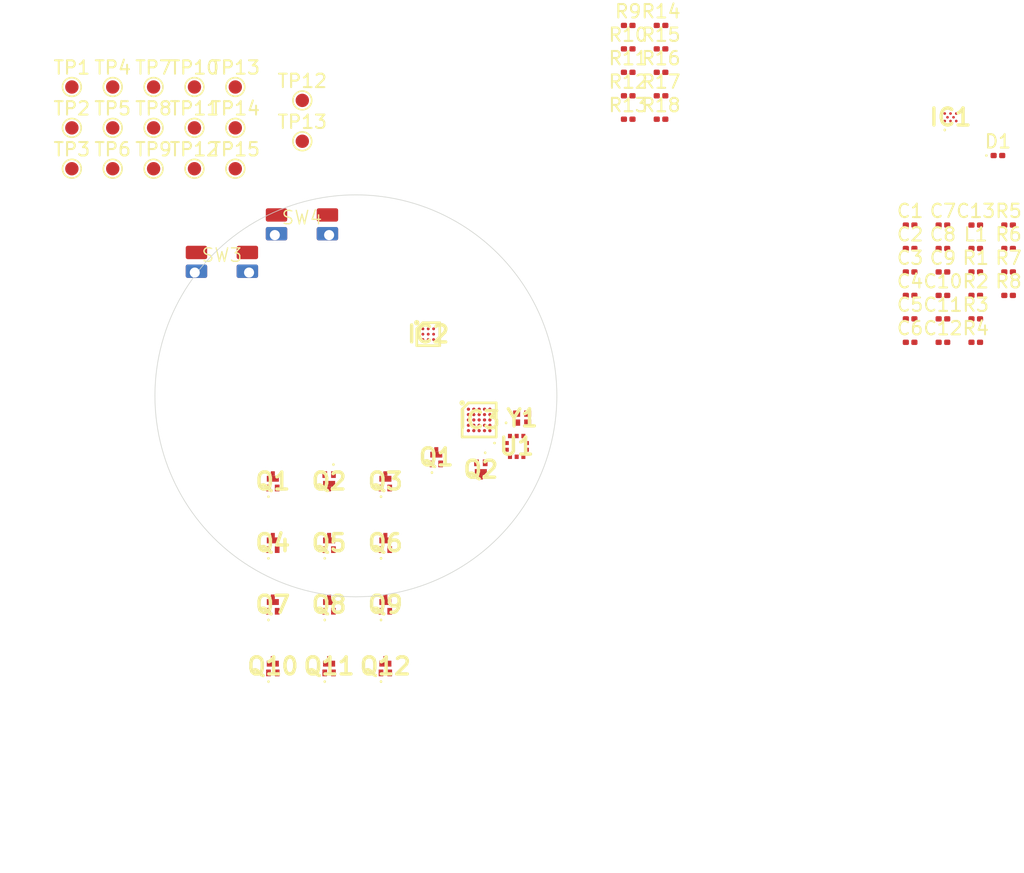
<source format=kicad_pcb>
(kicad_pcb (version 20241229) (generator "pcbnew") (generator_version "9.0")
  (layers (0 "F.Cu" signal) (2 "B.Cu" signal) (13 "F.Paste" user) (15 "B.Paste" user) (5 "F.SilkS" user "F.Silkscreen") (7 "B.SilkS" user "B.Silkscreen") (1 "F.Mask" user) (3 "B.Mask" user) (25 "Edge.Cuts" user))
  (net 0 "")
  (net 1 "GND")
  (net 2 "Monostable output")
  (net 3 "Net-(IC3-VDDA)")
  (net 4 "Net-(IC2-CRST)")
  (net 5 "Net-(U1-VDDIO)")
  (net 6 "Net-(Q1-S)")
  (net 7 "Net-(Q1-D)")
  (net 8 "NRST")
  (net 9 "Net-(D1-A)")
  (net 10 "+3V0")
  (net 11 "Net-(IC1-VDD)")
  (net 12 "Net-(IC1-MOT2)")
  (net 14 "OSCOUT")
  (net 15 "Net-(IC1-MOT1)")
  (net 16 "Net-(IC1-RESET)")
  (net 17 "OSCIN")
  (net 18 "I2C1_SCL")
  (net 20 "I2C1_SDA")
  (net 21 "SYS_SWDIO")
  (net 22 "GPIO_EXTI9")
  (net 23 "TIM2_CH4")
  (net 28 "BaroVCC")
  (net 29 "GPIO_Output")
  (net 30 "SYS_SWCLK")
  (net 33 "TIM21_CH2")
  (net 34 "TIM21_CH1")
  (net 35 "Tim2_CH3")
  (net 36 "CompVCC")
  (net 37 "Net-(Q1-D_1)")
  (net 38 "Tim2_CH1")
  (net 39 "Net-(Q2-S)")
  (net 42 "GPIO_EXTI1")
  (net 43 "Tim2_CH4")
  (net 44 "Tim2_CH2")
  (net 45 "GPIO_Output_Mono")
  (net 47 "GPIO_Output_Baro")
  (net 48 "GPIO_Output_Comp")
  (net 49 "Net-(Q3-D_1)")
  (net 50 "Net-(Q4-D_1)")
  (net 51 "Net-(Q7-D_1)")
  (net 52 "Net-(Q10-D_1)")
  (footprint "SamacSys_Parts:BC81725QBZ" (layer "F.Cu") (at 63 106.38)
    (property "Reference" "Q2" (at 0 0 0) (layer "F.SilkS") (effects (font (size 1.27 1.27) (thickness 0.254))))
    (property "Value" "BSS84AKQBZ" (hide yes))
    (fp_line (start 0.325 -1.3) (end 0.325 -1.3) (stroke (width 0.1)) (layer "F.SilkS"))
    (fp_line (start 0.325 -1.2) (end 0.325 -1.2) (stroke (width 0.1)) (layer "F.SilkS"))
    (fp_arc (start 0.325 -1.3) (mid 0.375 -1.25) (end 0.325 -1.2) (stroke (width 0.1)) (layer "F.SilkS"))
    (fp_arc (start 0.325 -1.2) (mid 0.275 -1.25) (end 0.325 -1.3) (stroke (width 0.1)) (layer "F.SilkS"))
    (pad "1" smd rect (at 0.325 -0.5) (size 0.35 0.5) (layers "F.Cu" "F.Mask" "F.Paste") (net 42 "GPIO_EXTI1"))
    (pad "2" smd rect (at -0.325 -0.5) (size 0.35 0.5) (layers "F.Cu" "F.Mask" "F.Paste") (net 10 "+3V0"))
    (pad "3" smd rect (at 0 0.58) (size 0.3 0.34) (layers "F.Cu" "F.Mask" "F.Paste") (net 2 "Monostable output"))
    (pad "4" smd rect (at 0 0.19 90) (size 0.44 0.9) (layers "F.Cu" "F.Mask" "F.Paste") (net 2 "Monostable output"))
  )
  (footprint "Resistor_SMD:R_0201_0603Metric" (layer "F.Cu") (at 87.775 75.855)
    (property "Reference" "R16" (at 0 -1.05 0) (layer "F.SilkS"))
    (property "Value" "100k")
    (pad "1" smd roundrect (at -0.32 0) (size 0.46 0.4) (layers "F.Cu" "F.Mask") (net 50 "Net-(Q4-D_1)"))
    (pad "2" smd roundrect (at 0.32 0) (size 0.46 0.4) (layers "F.Cu" "F.Mask") (net 35 "Tim2_CH3"))
  )
  (footprint "Resistor_SMD:R_0201_0603Metric" (layer "F.Cu") (at 111.265 94.255)
    (property "Reference" "R3" (at 0 -1.05 0) (layer "F.SilkS"))
    (property "Value" "0")
    (pad "1" smd roundrect (at -0.32 0) (size 0.46 0.4) (layers "F.Cu" "F.Mask") (net 16 "Net-(IC1-RESET)"))
    (pad "2" smd roundrect (at 0.32 0) (size 0.46 0.4) (layers "F.Cu" "F.Mask") (net 10 "+3V0"))
  )
  (footprint "SamacSys_Parts:2N7002KQBZ" (layer "F.Cu") (at 63 115.58)
    (property "Reference" "Q8" (at 0 0 0) (layer "F.SilkS") (effects (font (size 1.27 1.27) (thickness 0.254))))
    (property "Value" "2N7002KQBZ" (hide yes))
    (fp_line (start -0.325 1.1) (end -0.325 1.1) (stroke (width 0.1)) (layer "F.SilkS"))
    (fp_line (start -0.325 1.2) (end -0.325 1.2) (stroke (width 0.1)) (layer "F.SilkS"))
    (fp_arc (start -0.325 1.1) (mid -0.275 1.15) (end -0.325 1.2) (stroke (width 0.1)) (layer "F.SilkS"))
    (fp_arc (start -0.325 1.2) (mid -0.375 1.15) (end -0.325 1.1) (stroke (width 0.1)) (layer "F.SilkS"))
    (pad "1" smd rect (at -0.325 0.5) (size 0.35 0.5) (layers "F.Cu" "F.Mask" "F.Paste") (net 44 "Tim2_CH2"))
    (pad "2" smd rect (at 0.325 0.5) (size 0.35 0.5) (layers "F.Cu" "F.Mask" "F.Paste") (net 51 "Net-(Q7-D_1)"))
    (pad "3" smd rect (at 0 -0.19 90) (size 0.44 0.9) (layers "F.Cu" "F.Mask" "F.Paste") (net 1 "GND"))
    (pad "4" smd rect (at 0 -0.58) (size 0.3 0.34) (layers "F.Cu" "F.Mask" "F.Paste") (net 1 "GND"))
  )
  (footprint "TestPoint:TestPoint_Pad_D1.0mm" (layer "F.Cu") (at 43.8 83.05)
    (property "Reference" "TP3" (at 0 -1.448 0) (layer "F.SilkS"))
    (property "Value" "MOT")
    (fp_circle (center 0 0) (end 0 0.7) (stroke (width 0.12)) (fill no) (layer "F.SilkS"))
    (pad "1" smd circle (at 0 0) (size 1 1) (layers "F.Cu" "F.Mask") (net 12 "Net-(IC1-MOT2)"))
  )
  (footprint "Resistor_SMD:R_0201_0603Metric" (layer "F.Cu") (at 113.715 87.255)
    (property "Reference" "R5" (at 0 -1.05 0) (layer "F.SilkS"))
    (property "Value" "2k")
    (pad "1" smd roundrect (at -0.32 0) (size 0.46 0.4) (layers "F.Cu" "F.Mask") (net 28 "BaroVCC"))
    (pad "2" smd roundrect (at 0.32 0) (size 0.46 0.4) (layers "F.Cu" "F.Mask") (net 18 "I2C1_SCL"))
  )
  (footprint "SamacSys_Parts:2N7002KQBZ" (layer "F.Cu") (at 58.8 110.98)
    (property "Reference" "Q4" (at 0 0 0) (layer "F.SilkS") (effects (font (size 1.27 1.27) (thickness 0.254))))
    (property "Value" "2N7002KQBZ" (hide yes))
    (fp_line (start -0.325 1.1) (end -0.325 1.1) (stroke (width 0.1)) (layer "F.SilkS"))
    (fp_line (start -0.325 1.2) (end -0.325 1.2) (stroke (width 0.1)) (layer "F.SilkS"))
    (fp_arc (start -0.325 1.1) (mid -0.275 1.15) (end -0.325 1.2) (stroke (width 0.1)) (layer "F.SilkS"))
    (fp_arc (start -0.325 1.2) (mid -0.375 1.15) (end -0.325 1.1) (stroke (width 0.1)) (layer "F.SilkS"))
    (pad "1" smd rect (at -0.325 0.5) (size 0.35 0.5) (layers "F.Cu" "F.Mask" "F.Paste") (net 38 "Tim2_CH1"))
    (pad "2" smd rect (at 0.325 0.5) (size 0.35 0.5) (layers "F.Cu" "F.Mask" "F.Paste") (net 10 "+3V0"))
    (pad "3" smd rect (at 0 -0.19 90) (size 0.44 0.9) (layers "F.Cu" "F.Mask" "F.Paste") (net 50 "Net-(Q4-D_1)"))
    (pad "4" smd rect (at 0 -0.58) (size 0.3 0.34) (layers "F.Cu" "F.Mask" "F.Paste") (net 50 "Net-(Q4-D_1)"))
  )
  (footprint "Capacitor_SMD:C_0201_0603Metric" (layer "F.Cu") (at 106.365 92.505)
    (property "Reference" "C4" (at 0 -1.05 0) (layer "F.SilkS"))
    (property "Value" "100n")
    (pad "1" smd roundrect (at -0.32 0) (size 0.46 0.4) (layers "F.Cu" "F.Mask") (net 1 "GND"))
    (pad "2" smd roundrect (at 0.32 0) (size 0.46 0.4) (layers "F.Cu" "F.Mask") (net 3 "Net-(IC3-VDDA)"))
  )
  (footprint "TestPoint:TestPoint_Pad_D1.0mm" (layer "F.Cu") (at 49.9 76.95)
    (property "Reference" "TP7" (at 0 -1.448 0) (layer "F.SilkS"))
    (property "Value" "NRST")
    (fp_circle (center 0 0) (end 0 0.7) (stroke (width 0.12)) (fill no) (layer "F.SilkS"))
    (pad "1" smd circle (at 0 0) (size 1 1) (layers "F.Cu" "F.Mask") (net 8 "NRST"))
  )
  (footprint "Capacitor_SMD:C_0201_0603Metric" (layer "F.Cu") (at 111.265 87.255)
    (property "Reference" "C13" (at 0 -1.05 0) (layer "F.SilkS"))
    (property "Value" "100n")
    (pad "1" smd roundrect (at -0.32 0) (size 0.46 0.4) (layers "F.Cu" "F.Mask") (net 8 "NRST"))
    (pad "2" smd roundrect (at 0.32 0) (size 0.46 0.4) (layers "F.Cu" "F.Mask") (net 1 "GND"))
  )
  (footprint "TestPoint:TestPoint_Pad_D1.0mm" (layer "F.Cu") (at 49.9 80)
    (property "Reference" "TP8" (at 0 -1.448 0) (layer "F.SilkS"))
    (property "Value" "SD1+")
    (fp_circle (center 0 0) (end 0 0.7) (stroke (width 0.12)) (fill no) (layer "F.SilkS"))
    (pad "1" smd circle (at 0 0) (size 1 1) (layers "F.Cu" "F.Mask") (net 49 "Net-(Q3-D_1)"))
  )
  (footprint "TestPoint:TestPoint_Pad_D1.0mm" (layer "F.Cu") (at 52.95 76.95)
    (property "Reference" "TP10" (at 0 -1.448 0) (layer "F.SilkS"))
    (property "Value" "SD2+")
    (fp_circle (center 0 0) (end 0 0.7) (stroke (width 0.12)) (fill no) (layer "F.SilkS"))
    (pad "1" smd circle (at 0 0) (size 1 1) (layers "F.Cu" "F.Mask") (net 35 "Tim2_CH3"))
  )
  (footprint "TestPoint:TestPoint_Pad_D1.0mm" (layer "F.Cu") (at 46.85 76.95)
    (property "Reference" "TP4" (at 0 -1.448 0) (layer "F.SilkS"))
    (property "Value" "MOT")
    (fp_circle (center 0 0) (end 0 0.7) (stroke (width 0.12)) (fill no) (layer "F.SilkS"))
    (pad "1" smd circle (at 0 0) (size 1 1) (layers "F.Cu" "F.Mask") (net 15 "Net-(IC1-MOT1)"))
  )
  (footprint "TestPoint:TestPoint_Pad_D1.0mm" (layer "F.Cu") (at 61 81)
    (property "Reference" "TP13" (at 0 -1.448 0) (layer "F.SilkS"))
    (property "Value" "SD2-")
    (fp_circle (center 0 0) (end 0 0.7) (stroke (width 0.12)) (fill no) (layer "F.SilkS"))
    (pad "1" smd circle (at 0 0) (size 1 1) (layers "F.Cu" "F.Mask") (net 52 "Net-(Q10-D_1)"))
  )
  (footprint "Resistor_SMD:R_0201_0603Metric" (layer "F.Cu") (at 85.325 77.605)
    (property "Reference" "R12" (at 0 -1.05 0) (layer "F.SilkS"))
    (property "Value" "100k")
    (pad "1" smd roundrect (at -0.32 0) (size 0.46 0.4) (layers "F.Cu" "F.Mask") (net 44 "Tim2_CH2"))
    (pad "2" smd roundrect (at 0.32 0) (size 0.46 0.4) (layers "F.Cu" "F.Mask") (net 51 "Net-(Q7-D_1)"))
  )
  (footprint "Capacitor_SMD:C_0201_0603Metric" (layer "F.Cu") (at 106.365 90.755)
    (property "Reference" "C3" (at 0 -1.05 0) (layer "F.SilkS"))
    (property "Value" "1u")
    (pad "1" smd roundrect (at -0.32 0) (size 0.46 0.4) (layers "F.Cu" "F.Mask") (net 1 "GND"))
    (pad "2" smd roundrect (at 0.32 0) (size 0.46 0.4) (layers "F.Cu" "F.Mask") (net 3 "Net-(IC3-VDDA)"))
  )
  (footprint "Resistor_SMD:R_0201_0603Metric" (layer "F.Cu") (at 85.325 79.355)
    (property "Reference" "R13" (at 0 -1.05 0) (layer "F.SilkS"))
    (property "Value" "100k")
    (pad "1" smd roundrect (at -0.32 0) (size 0.46 0.4) (layers "F.Cu" "F.Mask") (net 10 "+3V0"))
    (pad "2" smd roundrect (at 0.32 0) (size 0.46 0.4) (layers "F.Cu" "F.Mask") (net 35 "Tim2_CH3"))
  )
  (footprint "Capacitor_SMD:C_0201_0603Metric" (layer "F.Cu") (at 106.365 87.255)
    (property "Reference" "C1" (at 0 -1.05 0) (layer "F.SilkS"))
    (property "Value" "100n")
    (pad "1" smd roundrect (at -0.32 0) (size 0.46 0.4) (layers "F.Cu" "F.Mask") (net 1 "GND"))
    (pad "2" smd roundrect (at 0.32 0) (size 0.46 0.4) (layers "F.Cu" "F.Mask") (net 2 "Monostable output"))
  )
  (footprint "SamacSys_Parts:Wurth side button 434331013822" (layer "F.Cu") (at 60.975 87.2)
    (property "Reference" "SW4" (at 0 -0.5 0) (layer "F.SilkS") (effects (font (thickness 0.1))))
    (property "Value" "SW_MEC_5E")
    (pad "1" smd roundrect (at -1.9 -0.7) (size 1.6 1) (layers "F.Cu" "F.Mask" "F.Paste") (roundrect_rratio 0.15) (net 22 "GPIO_EXTI9"))
    (pad "2" smd roundrect (at 1.9 -0.7) (size 1.6 1) (layers "F.Cu" "F.Mask" "F.Paste") (roundrect_rratio 0.15) (net 22 "GPIO_EXTI9"))
    (pad "3" thru_hole roundrect (at -2.025 0.8) (size 1.6 1) (drill 0.75 (offset 0.125 -0.1)) (layers "*.Cu" "*.Mask") (roundrect_rratio 0.15) (net 10 "+3V0"))
    (pad "4" thru_hole roundrect (at 2.025 0.8) (size 1.6 1) (drill 0.75 (offset -0.125 -0.1)) (layers "*.Cu" "*.Mask") (roundrect_rratio 0.15) (net 10 "+3V0"))
  )
  (footprint "TestPoint:TestPoint_Pad_D1.0mm" (layer "F.Cu") (at 43.8 76.95)
    (property "Reference" "TP1" (at 0 -1.448 0) (layer "F.SilkS"))
    (property "Value" "GND_PCF2003")
    (fp_circle (center 0 0) (end 0 0.7) (stroke (width 0.12)) (fill no) (layer "F.SilkS"))
    (pad "1" smd circle (at 0 0) (size 1 1) (layers "F.Cu" "F.Mask") (net 1 "GND"))
  )
  (footprint "SamacSys_Parts:2N7002KQBZ" (layer "F.Cu") (at 67.2 115.58)
    (property "Reference" "Q9" (at 0 0 0) (layer "F.SilkS") (effects (font (size 1.27 1.27) (thickness 0.254))))
    (property "Value" "2N7002KQBZ" (hide yes))
    (fp_line (start -0.325 1.1) (end -0.325 1.1) (stroke (width 0.1)) (layer "F.SilkS"))
    (fp_line (start -0.325 1.2) (end -0.325 1.2) (stroke (width 0.1)) (layer "F.SilkS"))
    (fp_arc (start -0.325 1.1) (mid -0.275 1.15) (end -0.325 1.2) (stroke (width 0.1)) (layer "F.SilkS"))
    (fp_arc (start -0.325 1.2) (mid -0.375 1.15) (end -0.325 1.1) (stroke (width 0.1)) (layer "F.SilkS"))
    (pad "1" smd rect (at -0.325 0.5) (size 0.35 0.5) (layers "F.Cu" "F.Mask" "F.Paste") (net 43 "Tim2_CH4"))
    (pad "2" smd rect (at 0.325 0.5) (size 0.35 0.5) (layers "F.Cu" "F.Mask" "F.Paste") (net 52 "Net-(Q10-D_1)"))
    (pad "3" smd rect (at 0 -0.19 90) (size 0.44 0.9) (layers "F.Cu" "F.Mask" "F.Paste") (net 1 "GND"))
    (pad "4" smd rect (at 0 -0.58) (size 0.3 0.34) (layers "F.Cu" "F.Mask" "F.Paste") (net 1 "GND"))
  )
  (footprint "TestPoint:TestPoint_Pad_D1.0mm" (layer "F.Cu") (at 46.85 83.05)
    (property "Reference" "TP6" (at 0 -1.448 0) (layer "F.SilkS"))
    (property "Value" "SWCLK")
    (fp_circle (center 0 0) (end 0 0.7) (stroke (width 0.12)) (fill no) (layer "F.SilkS"))
    (pad "1" smd circle (at 0 0) (size 1 1) (layers "F.Cu" "F.Mask") (net 30 "SYS_SWCLK"))
  )
  (footprint "Resistor_SMD:R_0201_0603Metric" (layer "F.Cu") (at 87.775 72.355)
    (property "Reference" "R14" (at 0 -1.05 0) (layer "F.SilkS"))
    (property "Value" "100k")
    (pad "1" smd roundrect (at -0.32 0) (size 0.46 0.4) (layers "F.Cu" "F.Mask") (net 38 "Tim2_CH1"))
    (pad "2" smd roundrect (at 0.32 0) (size 0.46 0.4) (layers "F.Cu" "F.Mask") (net 10 "+3V0"))
  )
  (footprint "TestPoint:TestPoint_Pad_D1.0mm" (layer "F.Cu") (at 52.95 80)
    (property "Reference" "TP11" (at 0 -1.448 0) (layer "F.SilkS"))
    (property "Value" "SD2-")
    (fp_circle (center 0 0) (end 0 0.7) (stroke (width 0.12)) (fill no) (layer "F.SilkS"))
    (pad "1" smd circle (at 0 0) (size 1 1) (layers "F.Cu" "F.Mask") (net 23 "TIM2_CH4"))
  )
  (footprint "Resistor_SMD:R_0201_0603Metric" (layer "F.Cu") (at 87.775 74.105)
    (property "Reference" "R15" (at 0 -1.05 0) (layer "F.SilkS"))
    (property "Value" "100k")
    (pad "1" smd roundrect (at -0.32 0) (size 0.46 0.4) (layers "F.Cu" "F.Mask") (net 38 "Tim2_CH1"))
    (pad "2" smd roundrect (at 0.32 0) (size 0.46 0.4) (layers "F.Cu" "F.Mask") (net 49 "Net-(Q3-D_1)"))
  )
  (footprint "Resistor_SMD:R_0201_0603Metric" (layer "F.Cu") (at 87.775 79.355)
    (property "Reference" "R18" (at 0 -1.05 0) (layer "F.SilkS"))
    (property "Value" "100k")
    (pad "1" smd roundrect (at -0.32 0) (size 0.46 0.4) (layers "F.Cu" "F.Mask") (net 10 "+3V0"))
    (pad "2" smd roundrect (at 0.32 0) (size 0.46 0.4) (layers "F.Cu" "F.Mask") (net 43 "Tim2_CH4"))
  )
  (footprint "TestPoint:TestPoint_Pad_D1.0mm" (layer "F.Cu") (at 56 80)
    (property "Reference" "TP14" (at 0 -1.448 0) (layer "F.SilkS"))
    (property "Value" "B+")
    (fp_circle (center 0 0) (end 0 0.7) (stroke (width 0.12)) (fill no) (layer "F.SilkS"))
    (pad "1" smd circle (at 0 0) (size 1 1) (layers "F.Cu" "F.Mask") (net 9 "Net-(D1-A)"))
  )
  (footprint "Resistor_SMD:R_0201_0603Metric" (layer "F.Cu") (at 113.715 90.755)
    (property "Reference" "R7" (at 0 -1.05 0) (layer "F.SilkS"))
    (property "Value" "2k")
    (pad "1" smd roundrect (at -0.32 0) (size 0.46 0.4) (layers "F.Cu" "F.Mask") (net 2 "Monostable output"))
    (pad "2" smd roundrect (at 0.32 0) (size 0.46 0.4) (layers "F.Cu" "F.Mask") (net 20 "I2C1_SDA"))
  )
  (footprint "Resistor_SMD:R_0201_0603Metric" (layer "F.Cu") (at 111.265 96.005)
    (property "Reference" "R4" (at 0 -1.05 0) (layer "F.SilkS"))
    (property "Value" "2k")
    (pad "1" smd roundrect (at -0.32 0) (size 0.46 0.4) (layers "F.Cu" "F.Mask") (net 28 "BaroVCC"))
    (pad "2" smd roundrect (at 0.32 0) (size 0.46 0.4) (layers "F.Cu" "F.Mask") (net 20 "I2C1_SDA"))
  )
  (footprint "Capacitor_SMD:C_0201_0603Metric" (layer "F.Cu") (at 108.815 96.005)
    (property "Reference" "C12" (at 0 -1.05 0) (layer "F.SilkS"))
    (property "Value" "1n")
    (pad "1" smd roundrect (at -0.32 0) (size 0.46 0.4) (layers "F.Cu" "F.Mask") (net 42 "GPIO_EXTI1"))
    (pad "2" smd roundrect (at 0.32 0) (size 0.46 0.4) (layers "F.Cu" "F.Mask") (net 37 "Net-(Q1-D_1)"))
  )
  (footprint "Inductor_SMD:L_0201_0603Metric" (layer "F.Cu") (at 111.265 89.005)
    (property "Reference" "L1" (at 0 -1.05 0) (layer "F.SilkS"))
    (property "Value" "27n")
    (pad "1" smd roundrect (at -0.32 0) (size 0.46 0.4) (layers "F.Cu" "F.Mask") (net 2 "Monostable output"))
    (pad "2" smd roundrect (at 0.32 0) (size 0.46 0.4) (layers "F.Cu" "F.Mask") (net 3 "Net-(IC3-VDDA)"))
  )
  (footprint "Resistor_SMD:R_0201_0603Metric" (layer "F.Cu") (at 87.775 77.605)
    (property "Reference" "R17" (at 0 -1.05 0) (layer "F.SilkS"))
    (property "Value" "100k")
    (pad "1" smd roundrect (at -0.32 0) (size 0.46 0.4) (layers "F.Cu" "F.Mask") (net 44 "Tim2_CH2"))
    (pad "2" smd roundrect (at 0.32 0) (size 0.46 0.4) (layers "F.Cu" "F.Mask") (net 10 "+3V0"))
  )
  (footprint "Capacitor_SMD:C_0201_0603Metric" (layer "F.Cu") (at 106.365 96.005)
    (property "Reference" "C6" (at 0 -1.05 0) (layer "F.SilkS"))
    (property "Value" "1u")
    (pad "1" smd roundrect (at -0.32 0) (size 0.46 0.4) (layers "F.Cu" "F.Mask") (net 4 "Net-(IC2-CRST)"))
    (pad "2" smd roundrect (at 0.32 0) (size 0.46 0.4) (layers "F.Cu" "F.Mask") (net 1 "GND"))
  )
  (footprint "Capacitor_SMD:C_0201_0603Metric" (layer "F.Cu") (at 106.365 94.255)
    (property "Reference" "C5" (at 0 -1.05 0) (layer "F.SilkS"))
    (property "Value" "100n")
    (pad "1" smd roundrect (at -0.32 0) (size 0.46 0.4) (layers "F.Cu" "F.Mask") (net 28 "BaroVCC"))
    (pad "2" smd roundrect (at 0.32 0) (size 0.46 0.4) (layers "F.Cu" "F.Mask") (net 1 "GND"))
  )
  (footprint "Capacitor_SMD:C_0201_0603Metric" (layer "F.Cu") (at 108.815 89.005)
    (property "Reference" "C8" (at 0 -1.05 0) (layer "F.SilkS"))
    (property "Value" "200n")
    (pad "1" smd roundrect (at -0.32 0) (size 0.46 0.4) (layers "F.Cu" "F.Mask") (net 4 "Net-(IC2-CRST)"))
    (pad "2" smd roundrect (at 0.32 0) (size 0.46 0.4) (layers "F.Cu" "F.Mask") (net 1 "GND"))
  )
  (footprint "SamacSys_Parts:2N7002KQBZ" (layer "F.Cu") (at 58.8 120.18)
    (property "Reference" "Q10" (at 0 0 0) (layer "F.SilkS") (effects (font (size 1.27 1.27) (thickness 0.254))))
    (property "Value" "2N7002KQBZ" (hide yes))
    (fp_line (start -0.325 1.1) (end -0.325 1.1) (stroke (width 0.1)) (layer "F.SilkS"))
    (fp_line (start -0.325 1.2) (end -0.325 1.2) (stroke (width 0.1)) (layer "F.SilkS"))
    (fp_arc (start -0.325 1.1) (mid -0.275 1.15) (end -0.325 1.2) (stroke (width 0.1)) (layer "F.SilkS"))
    (fp_arc (start -0.325 1.2) (mid -0.375 1.15) (end -0.325 1.1) (stroke (width 0.1)) (layer "F.SilkS"))
    (pad "1" smd rect (at -0.325 0.5) (size 0.35 0.5) (layers "F.Cu" "F.Mask" "F.Paste") (net 44 "Tim2_CH2"))
    (pad "2" smd rect (at 0.325 0.5) (size 0.35 0.5) (layers "F.Cu" "F.Mask" "F.Paste") (net 10 "+3V0"))
    (pad "3" smd rect (at 0 -0.19 90) (size 0.44 0.9) (layers "F.Cu" "F.Mask" "F.Paste") (net 52 "Net-(Q10-D_1)"))
    (pad "4" smd rect (at 0 -0.58) (size 0.3 0.34) (layers "F.Cu" "F.Mask" "F.Paste") (net 52 "Net-(Q10-D_1)"))
  )
  (footprint "Resistor_SMD:R_0201_0603Metric" (layer "F.Cu") (at 85.325 72.355)
    (property "Reference" "R9" (at 0 -1.05 0) (layer "F.SilkS"))
    (property "Value" "100k")
    (pad "1" smd roundrect (at -0.32 0) (size 0.46 0.4) (layers "F.Cu" "F.Mask") (net 42 "GPIO_EXTI1"))
    (pad "2" smd roundrect (at 0.32 0) (size 0.46 0.4) (layers "F.Cu" "F.Mask") (net 45 "GPIO_Output_Mono"))
  )
  (footprint "SamacSys_Parts:ABS04W32768KHZ4D2T5" (layer "F.Cu") (at 77.41 101.665)
    (property "Reference" "Y1" (at 0 0 0) (layer "F.SilkS") (effects (font (size 1.27 1.27) (thickness 0.254))))
    (property "Value" "ABS04W-32.768KHZ-4-D2-T5" (hide yes))
    (fp_line (start -1.2 0.3) (end -1.2 0.3) (stroke (width 0.1)) (layer "F.SilkS"))
    (fp_line (start -1.2 0.4) (end -1.2 0.4) (stroke (width 0.1)) (layer "F.SilkS"))
    (fp_arc (start -1.2 0.3) (mid -1.15 0.35) (end -1.2 0.4) (stroke (width 0.1)) (layer "F.SilkS"))
    (fp_arc (start -1.2 0.4) (mid -1.25 0.35) (end -1.2 0.3) (stroke (width 0.1)) (layer "F.SilkS"))
    (pad "1" smd rect (at -0.41 0.335 90) (size 0.47 0.52) (layers "F.Cu" "F.Mask" "F.Paste") (net 17 "OSCIN"))
    (pad "2" smd rect (at 0.41 0.335 90) (size 0.47 0.52) (layers "F.Cu" "F.Mask" "F.Paste") (net 1 "GND"))
    (pad "3" smd rect (at 0.41 -0.335 90) (size 0.47 0.52) (layers "F.Cu" "F.Mask" "F.Paste") (net 14 "OSCOUT"))
    (pad "4" smd rect (at -0.41 -0.335 90) (size 0.47 0.52) (layers "F.Cu" "F.Mask" "F.Paste"))
  )
  (footprint "Capacitor_SMD:C_0201_0603Metric" (layer "F.Cu") (at 108.815 92.505)
    (property "Reference" "C10" (at 0 -1.05 0) (layer "F.SilkS"))
    (property "Value" "100n")
    (pad "1" smd roundrect (at -0.32 0) (size 0.46 0.4) (layers "F.Cu" "F.Mask") (net 1 "GND"))
    (pad "2" smd roundrect (at 0.32 0) (size 0.46 0.4) (layers "F.Cu" "F.Mask") (net 5 "Net-(U1-VDDIO)"))
  )
  (footprint "Resistor_SMD:R_0201_0603Metric" (layer "F.Cu") (at 85.325 74.105)
    (property "Reference" "R10" (at 0 -1.05 0) (layer "F.SilkS"))
    (property "Value" "100k")
    (pad "1" smd roundrect (at -0.32 0) (size 0.46 0.4) (layers "F.Cu" "F.Mask") (net 10 "+3V0"))
    (pad "2" smd roundrect (at 0.32 0) (size 0.46 0.4) (layers "F.Cu" "F.Mask") (net 1 "GND"))
  )
  (footprint "Capacitor_SMD:C_0201_0603Metric" (layer "F.Cu") (at 108.815 94.255)
    (property "Reference" "C11" (at 0 -1.05 0) (layer "F.SilkS"))
    (property "Value" "100n")
    (pad "1" smd roundrect (at -0.32 0) (size 0.46 0.4) (layers "F.Cu" "F.Mask") (net 1 "GND"))
    (pad "2" smd roundrect (at 0.32 0) (size 0.46 0.4) (layers "F.Cu" "F.Mask") (net 36 "CompVCC"))
  )
  (footprint "SamacSys_Parts:BGA25C40P5X5_213X207X58" (layer "F.Cu") (at 74.2 101.8)
    (property "Reference" "IC3" (at 0 0 0) (layer "F.SilkS") (effects (font (size 1.27 1.27) (thickness 0.254))))
    (property "Value" "STM32L011E4Y6TR" (hide yes))
    (fp_line (start -1.271 -0.8) (end -0.8 -1.271) (stroke (width 0.2)) (layer "F.SilkS"))
    (fp_line (start -1.271 1.271) (end -1.271 -0.8) (stroke (width 0.2)) (layer "F.SilkS"))
    (fp_line (start -0.8 -1.271) (end 1.271 -1.271) (stroke (width 0.2)) (layer "F.SilkS"))
    (fp_line (start 1.271 -1.271) (end 1.271 1.271) (stroke (width 0.2)) (layer "F.SilkS"))
    (fp_line (start 1.271 1.271) (end -1.271 1.271) (stroke (width 0.2)) (layer "F.SilkS"))
    (fp_circle (center -1.271 -1.271) (end -1.271 -1.171) (stroke (width 0.2)) (fill no) (layer "F.SilkS"))
    (pad "A1" smd circle (at -0.8 -0.8 90) (size 0.242 0.242) (layers "F.Cu" "F.Mask" "F.Paste") (net 21 "SYS_SWDIO"))
    (pad "A2" smd circle (at -0.4 -0.8 90) (size 0.242 0.242) (layers "F.Cu" "F.Mask" "F.Paste") (net 30 "SYS_SWCLK"))
    (pad "A3" smd circle (at 0 -0.8 90) (size 0.242 0.242) (layers "F.Cu" "F.Mask" "F.Paste") (net 18 "I2C1_SCL"))
    (pad "A4" smd circle (at 0.4 -0.8 90) (size 0.242 0.242) (layers "F.Cu" "F.Mask" "F.Paste") (net 20 "I2C1_SDA"))
    (pad "A5" smd circle (at 0.8 -0.8 90) (size 0.242 0.242) (layers "F.Cu" "F.Mask" "F.Paste") (net 22 "GPIO_EXTI9"))
    (pad "B1" smd circle (at -0.8 -0.4 90) (size 0.242 0.242) (layers "F.Cu" "F.Mask" "F.Paste"))
    (pad "B2" smd circle (at -0.4 -0.4 90) (size 0.242 0.242) (layers "F.Cu" "F.Mask" "F.Paste") (net 48 "GPIO_Output_Comp"))
    (pad "B3" smd circle (at 0 -0.4 90) (size 0.242 0.242) (layers "F.Cu" "F.Mask" "F.Paste"))
    (pad "B4" smd circle (at 0.4 -0.4 90) (size 0.242 0.242) (layers "F.Cu" "F.Mask" "F.Paste") (net 42 "GPIO_EXTI1"))
    (pad "B5" smd circle (at 0.8 -0.4 90) (size 0.242 0.242) (layers "F.Cu" "F.Mask" "F.Paste") (net 45 "GPIO_Output_Mono"))
    (pad "C1" smd circle (at -0.8 0 90) (size 0.242 0.242) (layers "F.Cu" "F.Mask" "F.Paste") (net 38 "Tim2_CH1"))
    (pad "C2" smd circle (at -0.4 0 90) (size 0.242 0.242) (layers "F.Cu" "F.Mask" "F.Paste") (net 35 "Tim2_CH3"))
    (pad "C3" smd circle (at 0 0 90) (size 0.242 0.242) (layers "F.Cu" "F.Mask" "F.Paste"))
    (pad "C4" smd circle (at 0.4 0 90) (size 0.242 0.242) (layers "F.Cu" "F.Mask" "F.Paste") (net 3 "Net-(IC3-VDDA)"))
    (pad "C5" smd circle (at 0.8 0 90) (size 0.242 0.242) (layers "F.Cu" "F.Mask" "F.Paste"))
    (pad "D1" smd circle (at -0.8 0.4 90) (size 0.242 0.242) (layers "F.Cu" "F.Mask" "F.Paste") (net 2 "Monostable output"))
    (pad "D2" smd circle (at -0.4 0.4 90) (size 0.242 0.242) (layers "F.Cu" "F.Mask" "F.Paste") (net 43 "Tim2_CH4"))
    (pad "D3" smd circle (at 0 0.4 90) (size 0.242 0.242) (layers "F.Cu" "F.Mask" "F.Paste"))
    (pad "D4" smd circle (at 0.4 0.4 90) (size 0.242 0.242) (layers "F.Cu" "F.Mask" "F.Paste") (net 47 "GPIO_Output_Baro"))
    (pad "D5" smd circle (at 0.8 0.4 90) (size 0.242 0.242) (layers "F.Cu" "F.Mask" "F.Paste") (net 8 "NRST"))
    (pad "E1" smd circle (at -0.8 0.8 90) (size 0.242 0.242) (layers "F.Cu" "F.Mask" "F.Paste") (net 1 "GND"))
    (pad "E2" smd circle (at -0.4 0.8 90) (size 0.242 0.242) (layers "F.Cu" "F.Mask" "F.Paste") (net 44 "Tim2_CH2"))
    (pad "E3" smd circle (at 0 0.8 90) (size 0.242 0.242) (layers "F.Cu" "F.Mask" "F.Paste"))
    (pad "E4" smd circle (at 0.4 0.8 90) (size 0.242 0.242) (layers "F.Cu" "F.Mask" "F.Paste"))
    (pad "E5" smd circle (at 0.8 0.8 90) (size 0.242 0.242) (layers "F.Cu" "F.Mask" "F.Paste") (net 10 "+3V0"))
  )
  (footprint "TestPoint:TestPoint_Pad_D1.0mm" (layer "F.Cu") (at 56 83.05)
    (property "Reference" "TP15" (at 0 -1.448 0) (layer "F.SilkS"))
    (property "Value" "B-")
    (fp_circle (center 0 0) (end 0 0.7) (stroke (width 0.12)) (fill no) (layer "F.SilkS"))
    (pad "1" smd circle (at 0 0) (size 1 1) (layers "F.Cu" "F.Mask") (net 1 "GND"))
  )
  (footprint "TestPoint:TestPoint_Pad_D1.0mm" (layer "F.Cu") (at 61 77.95)
    (property "Reference" "TP12" (at 0 -1.448 0) (layer "F.SilkS"))
    (property "Value" "SD2+")
    (fp_circle (center 0 0) (end 0 0.7) (stroke (width 0.12)) (fill no) (layer "F.SilkS"))
    (pad "1" smd circle (at 0 0) (size 1 1) (layers "F.Cu" "F.Mask") (net 51 "Net-(Q7-D_1)"))
  )
  (footprint "SamacSys_Parts:BMP581" (layer "F.Cu") (at 77 103.775)
    (property "Reference" "U1" (at 0 0 0) (layer "F.SilkS") (effects (font (size 1.27 1.27) (thickness 0.254))))
    (property "Value" "BMP581" (hide yes))
    (fp_line (start -1.7 -0.25) (end -1.7 -0.25) (stroke (width 0.1)) (layer "F.SilkS"))
    (fp_line (start -1.6 -0.25) (end -1.6 -0.25) (stroke (width 0.1)) (layer "F.SilkS"))
    (fp_arc (start -1.7 -0.25) (mid -1.65 -0.3) (end -1.6 -0.25) (stroke (width 0.1)) (layer "F.SilkS"))
    (fp_arc (start -1.6 -0.25) (mid -1.65 -0.2) (end -1.7 -0.25) (stroke (width 0.1)) (layer "F.SilkS"))
    (pad "1" smd rect (at -0.75 -0.25 90) (size 0.3 0.325) (layers "F.Cu" "F.Mask" "F.Paste") (net 5 "Net-(U1-VDDIO)"))
    (pad "2" smd rect (at -0.75 0.25 90) (size 0.3 0.325) (layers "F.Cu" "F.Mask" "F.Paste") (net 18 "I2C1_SCL"))
    (pad "3" smd rect (at -0.5 0.775) (size 0.3 0.325) (layers "F.Cu" "F.Mask" "F.Paste") (net 1 "GND"))
    (pad "4" smd rect (at 0 0.775) (size 0.3 0.325) (layers "F.Cu" "F.Mask" "F.Paste") (net 20 "I2C1_SDA"))
    (pad "5" smd rect (at 0.5 0.775) (size 0.3 0.325) (layers "F.Cu" "F.Mask" "F.Paste") (net 1 "GND"))
    (pad "6" smd rect (at 0.75 0.25 90) (size 0.3 0.325) (layers "F.Cu" "F.Mask" "F.Paste"))
    (pad "7" smd rect (at 0.75 -0.25 90) (size 0.3 0.325) (layers "F.Cu" "F.Mask" "F.Paste") (net 1 "GND"))
    (pad "8" smd rect (at 0.5 -0.775) (size 0.3 0.325) (layers "F.Cu" "F.Mask" "F.Paste") (net 1 "GND"))
    (pad "9" smd rect (at 0 -0.775) (size 0.3 0.325) (layers "F.Cu" "F.Mask" "F.Paste") (net 1 "GND"))
    (pad "10" smd rect (at -0.5 -0.775) (size 0.3 0.325) (layers "F.Cu" "F.Mask" "F.Paste") (net 36 "CompVCC"))
  )
  (footprint "Resistor_SMD:R_0201_0603Metric" (layer "F.Cu") (at 113.715 92.505)
    (property "Reference" "R8" (at 0 -1.05 0) (layer "F.SilkS"))
    (property "Value" "1M")
    (pad "1" smd roundrect (at -0.32 0) (size 0.46 0.4) (layers "F.Cu" "F.Mask") (net 10 "+3V0"))
    (pad "2" smd roundrect (at 0.32 0) (size 0.46 0.4) (layers "F.Cu" "F.Mask") (net 42 "GPIO_EXTI1"))
  )
  (footprint "Resistor_SMD:R_0201_0603Metric" (layer "F.Cu") (at 113.715 89.005)
    (property "Reference" "R6" (at 0 -1.05 0) (layer "F.SilkS"))
    (property "Value" "2k")
    (pad "1" smd roundrect (at -0.32 0) (size 0.46 0.4) (layers "F.Cu" "F.Mask") (net 18 "I2C1_SCL"))
    (pad "2" smd roundrect (at 0.32 0) (size 0.46 0.4) (layers "F.Cu" "F.Mask") (net 2 "Monostable output"))
  )
  (footprint "Capacitor_SMD:C_0201_0603Metric" (layer "F.Cu") (at 108.815 87.255)
    (property "Reference" "C7" (at 0 -1.05 0) (layer "F.SilkS"))
    (property "Value" "1u")
    (pad "1" smd roundrect (at -0.32 0) (size 0.46 0.4) (layers "F.Cu" "F.Mask") (net 4 "Net-(IC2-CRST)"))
    (pad "2" smd roundrect (at 0.32 0) (size 0.46 0.4) (layers "F.Cu" "F.Mask") (net 1 "GND"))
  )
  (footprint "Resistor_SMD:R_0201_0603Metric" (layer "F.Cu") (at 85.325 75.855)
    (property "Reference" "R11" (at 0 -1.05 0) (layer "F.SilkS"))
    (property "Value" "100k")
    (pad "1" smd roundrect (at -0.32 0) (size 0.46 0.4) (layers "F.Cu" "F.Mask") (net 43 "Tim2_CH4"))
    (pad "2" smd roundrect (at 0.32 0) (size 0.46 0.4) (layers "F.Cu" "F.Mask") (net 52 "Net-(Q10-D_1)"))
  )
  (footprint "TestPoint:TestPoint_Pad_D1.0mm" (layer "F.Cu") (at 56 76.95)
    (property "Reference" "TP13" (at 0 -1.448 0) (layer "F.SilkS"))
    (property "Value" "SD_3-")
    (fp_circle (center 0 0) (end 0 0.7) (stroke (width 0.12)) (fill no) (layer "F.SilkS"))
    (pad "1" smd circle (at 0 0) (size 1 1) (layers "F.Cu" "F.Mask") (net 33 "TIM21_CH2"))
  )
  (footprint "Resistor_SMD:R_0201_0603Metric" (layer "F.Cu") (at 111.265 90.755)
    (property "Reference" "R1" (at 0 -1.05 0) (layer "F.SilkS"))
    (property "Value" "0")
    (pad "1" smd roundrect (at -0.32 0) (size 0.46 0.4) (layers "F.Cu" "F.Mask") (net 11 "Net-(IC1-VDD)"))
    (pad "2" smd roundrect (at 0.32 0) (size 0.46 0.4) (layers "F.Cu" "F.Mask") (net 10 "+3V0"))
  )
  (footprint "SamacSys_Parts:2N7002KQBZ" (layer "F.Cu") (at 67.2 120.18)
    (property "Reference" "Q12" (at 0 0 0) (layer "F.SilkS") (effects (font (size 1.27 1.27) (thickness 0.254))))
    (property "Value" "2N7002KQBZ" (hide yes))
    (fp_line (start -0.325 1.1) (end -0.325 1.1) (stroke (width 0.1)) (layer "F.SilkS"))
    (fp_line (start -0.325 1.2) (end -0.325 1.2) (stroke (width 0.1)) (layer "F.SilkS"))
    (fp_arc (start -0.325 1.1) (mid -0.275 1.15) (end -0.325 1.2) (stroke (width 0.1)) (layer "F.SilkS"))
    (fp_arc (start -0.325 1.2) (mid -0.375 1.15) (end -0.325 1.1) (stroke (width 0.1)) (layer "F.SilkS"))
    (pad "1" smd rect (at -0.325 0.5) (size 0.35 0.5) (layers "F.Cu" "F.Mask" "F.Paste") (net 47 "GPIO_Output_Baro"))
    (pad "2" smd rect (at 0.325 0.5) (size 0.35 0.5) (layers "F.Cu" "F.Mask" "F.Paste") (net 10 "+3V0"))
    (pad "3" smd rect (at 0 -0.19 90) (size 0.44 0.9) (layers "F.Cu" "F.Mask" "F.Paste") (net 28 "BaroVCC"))
    (pad "4" smd rect (at 0 -0.58) (size 0.3 0.34) (layers "F.Cu" "F.Mask" "F.Paste") (net 28 "BaroVCC"))
  )
  (footprint "Resistor_SMD:R_0201_0603Metric" (layer "F.Cu") (at 111.265 92.505)
    (property "Reference" "R2" (at 0 -1.05 0) (layer "F.SilkS"))
    (property "Value" "0")
    (pad "1" smd roundrect (at -0.32 0) (size 0.46 0.4) (layers "F.Cu" "F.Mask") (net 1 "GND"))
    (pad "2" smd roundrect (at 0.32 0) (size 0.46 0.4) (layers "F.Cu" "F.Mask") (net 16 "Net-(IC1-RESET)"))
  )
  (footprint "TestPoint:TestPoint_Pad_D1.0mm" (layer "F.Cu") (at 46.85 80)
    (property "Reference" "TP5" (at 0 -1.448 0) (layer "F.SilkS"))
    (property "Value" "SWDIO")
    (fp_circle (center 0 0) (end 0 0.7) (stroke (width 0.12)) (fill no) (layer "F.SilkS"))
    (pad "1" smd circle (at 0 0) (size 1 1) (layers "F.Cu" "F.Mask") (net 21 "SYS_SWDIO"))
  )
  (footprint "TestPoint:TestPoint_Pad_D1.0mm" (layer "F.Cu") (at 49.9 83.05)
    (property "Reference" "TP9" (at 0 -1.448 0) (layer "F.SilkS"))
    (property "Value" "SD1-")
    (fp_circle (center 0 0) (end 0 0.7) (stroke (width 0.12)) (fill no) (layer "F.SilkS"))
    (pad "1" smd circle (at 0 0) (size 1 1) (layers "F.Cu" "F.Mask") (net 50 "Net-(Q4-D_1)"))
  )
  (footprint "SamacSys_Parts:PCF2003DUS" (layer "F.Cu") (at 109.38 79.21)
    (property "Reference" "IC1" (at 0 0 0) (layer "F.SilkS") (effects (font (size 1.27 1.27) (thickness 0.254))))
    (property "Value" "PCF2003DUS" (hide yes))
    (fp_line (start -0.43 0.9) (end -0.43 0.9) (stroke (width 0.1)) (layer "F.SilkS"))
    (fp_line (start -0.43 1) (end -0.43 1) (stroke (width 0.1)) (layer "F.SilkS"))
    (fp_arc (start -0.43 0.9) (mid -0.38 0.95) (end -0.43 1) (stroke (width 0.1)) (layer "F.SilkS"))
    (fp_arc (start -0.43 1) (mid -0.48 0.95) (end -0.43 0.9) (stroke (width 0.1)) (layer "F.SilkS"))
    (pad "A1" smd circle (at -0.43 0.28 90) (size 0.2 0.2) (layers "F.Cu" "F.Mask" "F.Paste") (net 1 "GND"))
    (pad "A3" smd circle (at 0 0.28 90) (size 0.2 0.2) (layers "F.Cu" "F.Mask" "F.Paste"))
    (pad "A5" smd circle (at 0.43 0.28 90) (size 0.2 0.2) (layers "F.Cu" "F.Mask" "F.Paste") (net 16 "Net-(IC1-RESET)"))
    (pad "B2" smd circle (at -0.225 0 90) (size 0.2 0.2) (layers "F.Cu" "F.Mask" "F.Paste") (net 17 "OSCIN"))
    (pad "B4" smd circle (at 0.225 0 90) (size 0.2 0.2) (layers "F.Cu" "F.Mask" "F.Paste") (net 12 "Net-(IC1-MOT2)"))
    (pad "C1" smd circle (at -0.43 -0.28 90) (size 0.2 0.2) (layers "F.Cu" "F.Mask" "F.Paste") (net 14 "OSCOUT"))
    (pad "C3" smd circle (at 0 -0.28 90) (size 0.2 0.2) (layers "F.Cu" "F.Mask" "F.Paste") (net 15 "Net-(IC1-MOT1)"))
    (pad "C5" smd circle (at 0.43 -0.28 90) (size 0.2 0.2) (layers "F.Cu" "F.Mask" "F.Paste") (net 11 "Net-(IC1-VDD)"))
  )
  (footprint "SamacSys_Parts:2N7002KQBZ" (layer "F.Cu") (at 63 110.98)
    (property "Reference" "Q5" (at 0 0 0) (layer "F.SilkS") (effects (font (size 1.27 1.27) (thickness 0.254))))
    (property "Value" "2N7002KQBZ" (hide yes))
    (fp_line (start -0.325 1.1) (end -0.325 1.1) (stroke (width 0.1)) (layer "F.SilkS"))
    (fp_line (start -0.325 1.2) (end -0.325 1.2) (stroke (width 0.1)) (layer "F.SilkS"))
    (fp_arc (start -0.325 1.1) (mid -0.275 1.15) (end -0.325 1.2) (stroke (width 0.1)) (layer "F.SilkS"))
    (fp_arc (start -0.325 1.2) (mid -0.375 1.15) (end -0.325 1.1) (stroke (width 0.1)) (layer "F.SilkS"))
    (pad "1" smd rect (at -0.325 0.5) (size 0.35 0.5) (layers "F.Cu" "F.Mask" "F.Paste") (net 38 "Tim2_CH1"))
    (pad "2" smd rect (at 0.325 0.5) (size 0.35 0.5) (layers "F.Cu" "F.Mask" "F.Paste") (net 49 "Net-(Q3-D_1)"))
    (pad "3" smd rect (at 0 -0.19 90) (size 0.44 0.9) (layers "F.Cu" "F.Mask" "F.Paste") (net 1 "GND"))
    (pad "4" smd rect (at 0 -0.58) (size 0.3 0.34) (layers "F.Cu" "F.Mask" "F.Paste") (net 1 "GND"))
  )
  (footprint "TestPoint:TestPoint_Pad_D1.0mm" (layer "F.Cu") (at 52.95 83.05)
    (property "Reference" "TP12" (at 0 -1.448 0) (layer "F.SilkS"))
    (property "Value" "SD3+")
    (fp_circle (center 0 0) (end 0 0.7) (stroke (width 0.12)) (fill no) (layer "F.SilkS"))
    (pad "1" smd circle (at 0 0) (size 1 1) (layers "F.Cu" "F.Mask") (net 34 "TIM21_CH1"))
  )
  (footprint "Capacitor_SMD:C_0201_0603Metric" (layer "F.Cu") (at 106.365 89.005)
    (property "Reference" "C2" (at 0 -1.05 0) (layer "F.SilkS"))
    (property "Value" "1u")
    (pad "1" smd roundrect (at -0.32 0) (size 0.46 0.4) (layers "F.Cu" "F.Mask") (net 1 "GND"))
    (pad "2" smd roundrect (at 0.32 0) (size 0.46 0.4) (layers "F.Cu" "F.Mask") (net 2 "Monostable output"))
  )
  (footprint "SamacSys_Parts:BGA9C40P3X3_128X128X54" (layer "F.Cu") (at 70.4 95.4)
    (property "Reference" "IC2" (at 0 0 0) (layer "F.SilkS") (effects (font (size 1.27 1.27) (thickness 0.254))))
    (property "Value" "BMM350" (hide yes))
    (fp_line (start -0.857 -0.401) (end -0.399 -0.859) (stroke (width 0.2)) (layer "F.SilkS"))
    (fp_line (start -0.857 0.857) (end -0.857 -0.401) (stroke (width 0.2)) (layer "F.SilkS"))
    (fp_line (start -0.4 -0.858) (end 0.858 -0.858) (stroke (width 0.2)) (layer "F.SilkS"))
    (fp_line (start 0.858 -0.858) (end 0.858 0.857) (stroke (width 0.2)) (layer "F.SilkS"))
    (fp_line (start 0.858 0.857) (end -0.857 0.857) (stroke (width 0.2)) (layer "F.SilkS"))
    (fp_circle (center -0.858 -0.858) (end -0.858 -0.758) (stroke (width 0.2)) (fill no) (layer "F.SilkS"))
    (pad "A1" smd circle (at -0.4 -0.4 90) (size 0.215 0.215) (layers "F.Cu" "F.Mask" "F.Paste"))
    (pad "A2" smd circle (at 0 -0.4 90) (size 0.215 0.215) (layers "F.Cu" "F.Mask" "F.Paste") (net 20 "I2C1_SDA"))
    (pad "A3" smd circle (at 0.4 -0.4 90) (size 0.215 0.215) (layers "F.Cu" "F.Mask" "F.Paste") (net 18 "I2C1_SCL"))
    (pad "B1" smd circle (at -0.4 0 90) (size 0.215 0.215) (layers "F.Cu" "F.Mask" "F.Paste") (net 1 "GND"))
    (pad "B2" smd circle (at 0 0 90) (size 0.215 0.215) (layers "F.Cu" "F.Mask" "F.Paste") (net 1 "GND"))
    (pad "B3" smd circle (at 0.4 0 90) (size 0.215 0.215) (layers "F.Cu" "F.Mask" "F.Paste") (net 28 "BaroVCC"))
    (pad "C1" smd circle (at -0.4 0.4 90) (size 0.215 0.215) (layers "F.Cu" "F.Mask" "F.Paste") (net 28 "BaroVCC"))
    (pad "C2" smd circle (at 0 0.4 90) (size 0.215 0.215) (layers "F.Cu" "F.Mask" "F.Paste") (net 4 "Net-(IC2-CRST)"))
    (pad "C3" smd circle (at 0.4 0.4 90) (size 0.215 0.215) (layers "F.Cu" "F.Mask" "F.Paste") (net 1 "GND"))
  )
  (footprint "SamacSys_Parts:2N7002KQBZ" (layer "F.Cu") (at 58.8 115.58)
    (property "Reference" "Q7" (at 0 0 0) (layer "F.SilkS") (effects (font (size 1.27 1.27) (thickness 0.254))))
    (property "Value" "2N7002KQBZ" (hide yes))
    (fp_line (start -0.325 1.1) (end -0.325 1.1) (stroke (width 0.1)) (layer "F.SilkS"))
    (fp_line (start -0.325 1.2) (end -0.325 1.2) (stroke (width 0.1)) (layer "F.SilkS"))
    (fp_arc (start -0.325 1.1) (mid -0.275 1.15) (end -0.325 1.2) (stroke (width 0.1)) (layer "F.SilkS"))
    (fp_arc (start -0.325 1.2) (mid -0.375 1.15) (end -0.325 1.1) (stroke (width 0.1)) (layer "F.SilkS"))
    (pad "1" smd rect (at -0.325 0.5) (size 0.35 0.5) (layers "F.Cu" "F.Mask" "F.Paste") (net 43 "Tim2_CH4"))
    (pad "2" smd rect (at 0.325 0.5) (size 0.35 0.5) (layers "F.Cu" "F.Mask" "F.Paste") (net 10 "+3V0"))
    (pad "3" smd rect (at 0 -0.19 90) (size 0.44 0.9) (layers "F.Cu" "F.Mask" "F.Paste") (net 51 "Net-(Q7-D_1)"))
    (pad "4" smd rect (at 0 -0.58) (size 0.3 0.34) (layers "F.Cu" "F.Mask" "F.Paste") (net 51 "Net-(Q7-D_1)"))
  )
  (footprint "SamacSys_Parts:2N7002KQBZ" (layer "F.Cu") (at 67.2 106.38)
    (property "Reference" "Q3" (at 0 0 0) (layer "F.SilkS") (effects (font (size 1.27 1.27) (thickness 0.254))))
    (property "Value" "2N7002KQBZ" (hide yes))
    (fp_line (start -0.325 1.1) (end -0.325 1.1) (stroke (width 0.1)) (layer "F.SilkS"))
    (fp_line (start -0.325 1.2) (end -0.325 1.2) (stroke (width 0.1)) (layer "F.SilkS"))
    (fp_arc (start -0.325 1.1) (mid -0.275 1.15) (end -0.325 1.2) (stroke (width 0.1)) (layer "F.SilkS"))
    (fp_arc (start -0.325 1.2) (mid -0.375 1.15) (end -0.325 1.1) (stroke (width 0.1)) (layer "F.SilkS"))
    (pad "1" smd rect (at -0.325 0.5) (size 0.35 0.5) (layers "F.Cu" "F.Mask" "F.Paste") (net 35 "Tim2_CH3"))
    (pad "2" smd rect (at 0.325 0.5) (size 0.35 0.5) (layers "F.Cu" "F.Mask" "F.Paste") (net 10 "+3V0"))
    (pad "3" smd rect (at 0 -0.19 90) (size 0.44 0.9) (layers "F.Cu" "F.Mask" "F.Paste") (net 49 "Net-(Q3-D_1)"))
    (pad "4" smd rect (at 0 -0.58) (size 0.3 0.34) (layers "F.Cu" "F.Mask" "F.Paste") (net 49 "Net-(Q3-D_1)"))
  )
  (footprint "Capacitor_SMD:C_0201_0603Metric" (layer "F.Cu") (at 108.815 90.755)
    (property "Reference" "C9" (at 0 -1.05 0) (layer "F.SilkS"))
    (property "Value" "100n")
    (pad "1" smd roundrect (at -0.32 0) (size 0.46 0.4) (layers "F.Cu" "F.Mask") (net 28 "BaroVCC"))
    (pad "2" smd roundrect (at 0.32 0) (size 0.46 0.4) (layers "F.Cu" "F.Mask") (net 1 "GND"))
  )
  (footprint "TestPoint:TestPoint_Pad_D1.0mm" (layer "F.Cu") (at 43.8 80)
    (property "Reference" "TP2" (at 0 -1.448 0) (layer "F.SilkS"))
    (property "Value" "VDD_PCF2003")
    (fp_circle (center 0 0) (end 0 0.7) (stroke (width 0.12)) (fill no) (layer "F.SilkS"))
    (pad "1" smd circle (at 0 0) (size 1 1) (layers "F.Cu" "F.Mask") (net 11 "Net-(IC1-VDD)"))
  )
  (footprint "SamacSys_Parts:BC81725QBZ" (layer "F.Cu") (at 74.325 105.5)
    (property "Reference" "Q2" (at 0 0 0) (layer "F.SilkS") (effects (font (size 1.27 1.27) (thickness 0.254))))
    (property "Value" "PMOS" (hide yes))
    (fp_line (start 0.325 -1.3) (end 0.325 -1.3) (stroke (width 0.1)) (layer "F.SilkS"))
    (fp_line (start 0.325 -1.2) (end 0.325 -1.2) (stroke (width 0.1)) (layer "F.SilkS"))
    (fp_arc (start 0.325 -1.3) (mid 0.375 -1.25) (end 0.325 -1.2) (stroke (width 0.1)) (layer "F.SilkS"))
    (fp_arc (start 0.325 -1.2) (mid 0.275 -1.25) (end 0.325 -1.3) (stroke (width 0.1)) (layer "F.SilkS"))
    (pad "1" smd rect (at 0.325 -0.5) (size 0.35 0.5) (layers "F.Cu" "F.Mask" "F.Paste") (net 2 "Monostable output"))
    (pad "2" smd rect (at -0.325 -0.5) (size 0.35 0.5) (layers "F.Cu" "F.Mask" "F.Paste") (net 7 "Net-(Q1-D)"))
    (pad "3" smd rect (at 0 0.58) (size 0.3 0.34) (layers "F.Cu" "F.Mask" "F.Paste") (net 39 "Net-(Q2-S)"))
    (pad "4" smd rect (at 0 0.19 90) (size 0.44 0.9) (layers "F.Cu" "F.Mask" "F.Paste"))
  )
  (footprint "SamacSys_Parts:Wurth side button 434331013822" (layer "F.Cu") (at 55 90)
    (property "Reference" "SW3" (at 0 -0.5 0) (layer "F.SilkS") (effects (font (thickness 0.1))))
    (property "Value" "SW_MEC_5E")
    (pad "1" smd roundrect (at -1.9 -0.7) (size 1.6 1) (layers "F.Cu" "F.Mask" "F.Paste") (roundrect_rratio 0.15) (net 37 "Net-(Q1-D_1)"))
    (pad "2" smd roundrect (at 1.9 -0.7) (size 1.6 1) (layers "F.Cu" "F.Mask" "F.Paste") (roundrect_rratio 0.15) (net 37 "Net-(Q1-D_1)"))
    (pad "3" thru_hole roundrect (at -2.025 0.8) (size 1.6 1) (drill 0.75 (offset 0.125 -0.1)) (layers "*.Cu" "*.Mask") (roundrect_rratio 0.15) (net 42 "GPIO_EXTI1"))
    (pad "4" thru_hole roundrect (at 2.025 0.8) (size 1.6 1) (drill 0.75 (offset -0.125 -0.1)) (layers "*.Cu" "*.Mask") (roundrect_rratio 0.15) (net 42 "GPIO_EXTI1"))
  )
  (footprint "SamacSys_Parts:2N7002KQBZ" (layer "F.Cu") (at 71 104.58)
    (property "Reference" "Q1" (at 0 0 0) (layer "F.SilkS") (effects (font (size 1.27 1.27) (thickness 0.254))))
    (property "Value" "NMOS" (hide yes))
    (fp_line (start -0.325 1.1) (end -0.325 1.1) (stroke (width 0.1)) (layer "F.SilkS"))
    (fp_line (start -0.325 1.2) (end -0.325 1.2) (stroke (width 0.1)) (layer "F.SilkS"))
    (fp_arc (start -0.325 1.1) (mid -0.275 1.15) (end -0.325 1.2) (stroke (width 0.1)) (layer "F.SilkS"))
    (fp_arc (start -0.325 1.2) (mid -0.375 1.15) (end -0.325 1.1) (stroke (width 0.1)) (layer "F.SilkS"))
    (pad "1" smd rect (at -0.325 0.5) (size 0.35 0.5) (layers "F.Cu" "F.Mask" "F.Paste") (net 7 "Net-(Q1-D)"))
    (pad "2" smd rect (at 0.325 0.5) (size 0.35 0.5) (layers "F.Cu" "F.Mask" "F.Paste") (net 29 "GPIO_Output"))
    (pad "3" smd rect (at 0 -0.19 90) (size 0.44 0.9) (layers "F.Cu" "F.Mask" "F.Paste") (net 6 "Net-(Q1-S)"))
    (pad "4" smd rect (at 0 -0.58) (size 0.3 0.34) (layers "F.Cu" "F.Mask" "F.Paste"))
  )
  (footprint "SamacSys_Parts:2N7002KQBZ" (layer "F.Cu") (at 63 120.18)
    (property "Reference" "Q11" (at 0 0 0) (layer "F.SilkS") (effects (font (size 1.27 1.27) (thickness 0.254))))
    (property "Value" "2N7002KQBZ" (hide yes))
    (fp_line (start -0.325 1.1) (end -0.325 1.1) (stroke (width 0.1)) (layer "F.SilkS"))
    (fp_line (start -0.325 1.2) (end -0.325 1.2) (stroke (width 0.1)) (layer "F.SilkS"))
    (fp_arc (start -0.325 1.1) (mid -0.275 1.15) (end -0.325 1.2) (stroke (width 0.1)) (layer "F.SilkS"))
    (fp_arc (start -0.325 1.2) (mid -0.375 1.15) (end -0.325 1.1) (stroke (width 0.1)) (layer "F.SilkS"))
    (pad "1" smd rect (at -0.325 0.5) (size 0.35 0.5) (layers "F.Cu" "F.Mask" "F.Paste") (net 48 "GPIO_Output_Comp"))
    (pad "2" smd rect (at 0.325 0.5) (size 0.35 0.5) (layers "F.Cu" "F.Mask" "F.Paste") (net 10 "+3V0"))
    (pad "3" smd rect (at 0 -0.19 90) (size 0.44 0.9) (layers "F.Cu" "F.Mask" "F.Paste") (net 36 "CompVCC"))
    (pad "4" smd rect (at 0 -0.58) (size 0.3 0.34) (layers "F.Cu" "F.Mask" "F.Paste") (net 36 "CompVCC"))
  )
  (footprint "Diode_SMD:D_0201_0603Metric" (layer "F.Cu") (at 112.92 82.065)
    (property "Reference" "D1" (at 0 -1.05 0) (layer "F.SilkS"))
    (property "Value" "D")
    (fp_circle (center -0.86 0) (end -0.81 0) (stroke (width 0.1)) (fill no) (layer "F.SilkS"))
    (pad "1" smd roundrect (at -0.32 0) (size 0.46 0.4) (layers "F.Cu" "F.Mask") (net 10 "+3V0"))
    (pad "2" smd roundrect (at 0.32 0) (size 0.46 0.4) (layers "F.Cu" "F.Mask") (net 9 "Net-(D1-A)"))
  )
  (footprint "SamacSys_Parts:2N7002KQBZ" (layer "F.Cu") (at 58.8 106.38)
    (property "Reference" "Q1" (at 0 0 0) (layer "F.SilkS") (effects (font (size 1.27 1.27) (thickness 0.254))))
    (property "Value" "2N7002KQBZ" (hide yes))
    (fp_line (start -0.325 1.1) (end -0.325 1.1) (stroke (width 0.1)) (layer "F.SilkS"))
    (fp_line (start -0.325 1.2) (end -0.325 1.2) (stroke (width 0.1)) (layer "F.SilkS"))
    (fp_arc (start -0.325 1.1) (mid -0.275 1.15) (end -0.325 1.2) (stroke (width 0.1)) (layer "F.SilkS"))
    (fp_arc (start -0.325 1.2) (mid -0.375 1.15) (end -0.325 1.1) (stroke (width 0.1)) (layer "F.SilkS"))
    (pad "1" smd rect (at -0.325 0.5) (size 0.35 0.5) (layers "F.Cu" "F.Mask" "F.Paste") (net 45 "GPIO_Output_Mono"))
    (pad "2" smd rect (at 0.325 0.5) (size 0.35 0.5) (layers "F.Cu" "F.Mask" "F.Paste") (net 42 "GPIO_EXTI1"))
    (pad "3" smd rect (at 0 -0.19 90) (size 0.44 0.9) (layers "F.Cu" "F.Mask" "F.Paste") (net 37 "Net-(Q1-D_1)"))
    (pad "4" smd rect (at 0 -0.58) (size 0.3 0.34) (layers "F.Cu" "F.Mask" "F.Paste") (net 37 "Net-(Q1-D_1)"))
  )
  (footprint "SamacSys_Parts:2N7002KQBZ" (layer "F.Cu") (at 67.2 110.98)
    (property "Reference" "Q6" (at 0 0 0) (layer "F.SilkS") (effects (font (size 1.27 1.27) (thickness 0.254))))
    (property "Value" "2N7002KQBZ" (hide yes))
    (fp_line (start -0.325 1.1) (end -0.325 1.1) (stroke (width 0.1)) (layer "F.SilkS"))
    (fp_line (start -0.325 1.2) (end -0.325 1.2) (stroke (width 0.1)) (layer "F.SilkS"))
    (fp_arc (start -0.325 1.1) (mid -0.275 1.15) (end -0.325 1.2) (stroke (width 0.1)) (layer "F.SilkS"))
    (fp_arc (start -0.325 1.2) (mid -0.375 1.15) (end -0.325 1.1) (stroke (width 0.1)) (layer "F.SilkS"))
    (pad "1" smd rect (at -0.325 0.5) (size 0.35 0.5) (layers "F.Cu" "F.Mask" "F.Paste") (net 35 "Tim2_CH3"))
    (pad "2" smd rect (at 0.325 0.5) (size 0.35 0.5) (layers "F.Cu" "F.Mask" "F.Paste") (net 50 "Net-(Q4-D_1)"))
    (pad "3" smd rect (at 0 -0.19 90) (size 0.44 0.9) (layers "F.Cu" "F.Mask" "F.Paste") (net 1 "GND"))
    (pad "4" smd rect (at 0 -0.58) (size 0.3 0.34) (layers "F.Cu" "F.Mask" "F.Paste") (net 1 "GND"))
  )
  (gr_circle (center 65 100) (end 50 100) (stroke (width 0.05)) (fill no) (layer "Edge.Cuts"))
)
</source>
